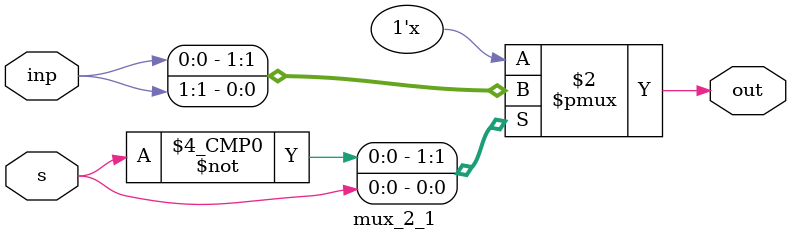
<source format=v>
module mux_2_1(out,inp,s);
  input s;
  input [1:0] inp;
  output reg out;
  always @(*)
    begin
      casex(s)
        1'b0: out = inp[0];
        1'b1: out = inp[1];
        default: out=1'bx;
      endcase
    end
endmodule
</source>
